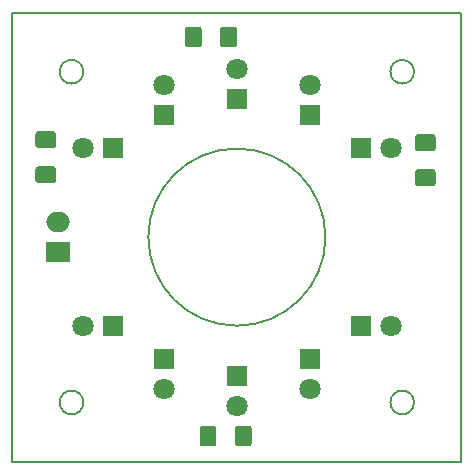
<source format=gbr>
%TF.GenerationSoftware,KiCad,Pcbnew,(5.0.0)*%
%TF.CreationDate,2020-05-10T15:15:54+01:00*%
%TF.ProjectId,anneau_led,616E6E6561755F6C65642E6B69636164,rev?*%
%TF.SameCoordinates,Original*%
%TF.FileFunction,Copper,L1,Top,Signal*%
%TF.FilePolarity,Positive*%
%FSLAX46Y46*%
G04 Gerber Fmt 4.6, Leading zero omitted, Abs format (unit mm)*
G04 Created by KiCad (PCBNEW (5.0.0)) date 05/10/20 15:15:54*
%MOMM*%
%LPD*%
G01*
G04 APERTURE LIST*
%ADD10C,0.200000*%
%ADD11C,0.100000*%
%ADD12C,1.425000*%
%ADD13O,2.000000X1.700000*%
%ADD14R,2.000000X1.700000*%
%ADD15R,1.800000X1.800000*%
%ADD16C,1.800000*%
G04 APERTURE END LIST*
D10*
X115000000Y-114000000D02*
G75*
G03X115000000Y-114000000I-1000000J0D01*
G01*
X87000000Y-114000000D02*
G75*
G03X87000000Y-114000000I-1000000J0D01*
G01*
X87000000Y-86000000D02*
G75*
G03X87000000Y-86000000I-1000000J0D01*
G01*
X115000000Y-86000000D02*
G75*
G03X115000000Y-86000000I-1000000J0D01*
G01*
X81000000Y-81000000D02*
X119000000Y-81000000D01*
X81000000Y-81000000D02*
X81000000Y-119000000D01*
X81000000Y-119000000D02*
X119000000Y-119000000D01*
X119000000Y-81000000D02*
X119000000Y-119000000D01*
X107500000Y-100000000D02*
G75*
G03X107500000Y-100000000I-7500000J0D01*
G01*
D11*
G36*
X99778504Y-82184204D02*
X99802773Y-82187804D01*
X99826571Y-82193765D01*
X99849671Y-82202030D01*
X99871849Y-82212520D01*
X99892893Y-82225133D01*
X99912598Y-82239747D01*
X99930777Y-82256223D01*
X99947253Y-82274402D01*
X99961867Y-82294107D01*
X99974480Y-82315151D01*
X99984970Y-82337329D01*
X99993235Y-82360429D01*
X99999196Y-82384227D01*
X100002796Y-82408496D01*
X100004000Y-82433000D01*
X100004000Y-83683000D01*
X100002796Y-83707504D01*
X99999196Y-83731773D01*
X99993235Y-83755571D01*
X99984970Y-83778671D01*
X99974480Y-83800849D01*
X99961867Y-83821893D01*
X99947253Y-83841598D01*
X99930777Y-83859777D01*
X99912598Y-83876253D01*
X99892893Y-83890867D01*
X99871849Y-83903480D01*
X99849671Y-83913970D01*
X99826571Y-83922235D01*
X99802773Y-83928196D01*
X99778504Y-83931796D01*
X99754000Y-83933000D01*
X98829000Y-83933000D01*
X98804496Y-83931796D01*
X98780227Y-83928196D01*
X98756429Y-83922235D01*
X98733329Y-83913970D01*
X98711151Y-83903480D01*
X98690107Y-83890867D01*
X98670402Y-83876253D01*
X98652223Y-83859777D01*
X98635747Y-83841598D01*
X98621133Y-83821893D01*
X98608520Y-83800849D01*
X98598030Y-83778671D01*
X98589765Y-83755571D01*
X98583804Y-83731773D01*
X98580204Y-83707504D01*
X98579000Y-83683000D01*
X98579000Y-82433000D01*
X98580204Y-82408496D01*
X98583804Y-82384227D01*
X98589765Y-82360429D01*
X98598030Y-82337329D01*
X98608520Y-82315151D01*
X98621133Y-82294107D01*
X98635747Y-82274402D01*
X98652223Y-82256223D01*
X98670402Y-82239747D01*
X98690107Y-82225133D01*
X98711151Y-82212520D01*
X98733329Y-82202030D01*
X98756429Y-82193765D01*
X98780227Y-82187804D01*
X98804496Y-82184204D01*
X98829000Y-82183000D01*
X99754000Y-82183000D01*
X99778504Y-82184204D01*
X99778504Y-82184204D01*
G37*
D12*
X99291500Y-83058000D03*
D11*
G36*
X96803504Y-82184204D02*
X96827773Y-82187804D01*
X96851571Y-82193765D01*
X96874671Y-82202030D01*
X96896849Y-82212520D01*
X96917893Y-82225133D01*
X96937598Y-82239747D01*
X96955777Y-82256223D01*
X96972253Y-82274402D01*
X96986867Y-82294107D01*
X96999480Y-82315151D01*
X97009970Y-82337329D01*
X97018235Y-82360429D01*
X97024196Y-82384227D01*
X97027796Y-82408496D01*
X97029000Y-82433000D01*
X97029000Y-83683000D01*
X97027796Y-83707504D01*
X97024196Y-83731773D01*
X97018235Y-83755571D01*
X97009970Y-83778671D01*
X96999480Y-83800849D01*
X96986867Y-83821893D01*
X96972253Y-83841598D01*
X96955777Y-83859777D01*
X96937598Y-83876253D01*
X96917893Y-83890867D01*
X96896849Y-83903480D01*
X96874671Y-83913970D01*
X96851571Y-83922235D01*
X96827773Y-83928196D01*
X96803504Y-83931796D01*
X96779000Y-83933000D01*
X95854000Y-83933000D01*
X95829496Y-83931796D01*
X95805227Y-83928196D01*
X95781429Y-83922235D01*
X95758329Y-83913970D01*
X95736151Y-83903480D01*
X95715107Y-83890867D01*
X95695402Y-83876253D01*
X95677223Y-83859777D01*
X95660747Y-83841598D01*
X95646133Y-83821893D01*
X95633520Y-83800849D01*
X95623030Y-83778671D01*
X95614765Y-83755571D01*
X95608804Y-83731773D01*
X95605204Y-83707504D01*
X95604000Y-83683000D01*
X95604000Y-82433000D01*
X95605204Y-82408496D01*
X95608804Y-82384227D01*
X95614765Y-82360429D01*
X95623030Y-82337329D01*
X95633520Y-82315151D01*
X95646133Y-82294107D01*
X95660747Y-82274402D01*
X95677223Y-82256223D01*
X95695402Y-82239747D01*
X95715107Y-82225133D01*
X95736151Y-82212520D01*
X95758329Y-82202030D01*
X95781429Y-82193765D01*
X95805227Y-82187804D01*
X95829496Y-82184204D01*
X95854000Y-82183000D01*
X96779000Y-82183000D01*
X96803504Y-82184204D01*
X96803504Y-82184204D01*
G37*
D12*
X96316500Y-83058000D03*
D11*
G36*
X98045504Y-115966204D02*
X98069773Y-115969804D01*
X98093571Y-115975765D01*
X98116671Y-115984030D01*
X98138849Y-115994520D01*
X98159893Y-116007133D01*
X98179598Y-116021747D01*
X98197777Y-116038223D01*
X98214253Y-116056402D01*
X98228867Y-116076107D01*
X98241480Y-116097151D01*
X98251970Y-116119329D01*
X98260235Y-116142429D01*
X98266196Y-116166227D01*
X98269796Y-116190496D01*
X98271000Y-116215000D01*
X98271000Y-117465000D01*
X98269796Y-117489504D01*
X98266196Y-117513773D01*
X98260235Y-117537571D01*
X98251970Y-117560671D01*
X98241480Y-117582849D01*
X98228867Y-117603893D01*
X98214253Y-117623598D01*
X98197777Y-117641777D01*
X98179598Y-117658253D01*
X98159893Y-117672867D01*
X98138849Y-117685480D01*
X98116671Y-117695970D01*
X98093571Y-117704235D01*
X98069773Y-117710196D01*
X98045504Y-117713796D01*
X98021000Y-117715000D01*
X97096000Y-117715000D01*
X97071496Y-117713796D01*
X97047227Y-117710196D01*
X97023429Y-117704235D01*
X97000329Y-117695970D01*
X96978151Y-117685480D01*
X96957107Y-117672867D01*
X96937402Y-117658253D01*
X96919223Y-117641777D01*
X96902747Y-117623598D01*
X96888133Y-117603893D01*
X96875520Y-117582849D01*
X96865030Y-117560671D01*
X96856765Y-117537571D01*
X96850804Y-117513773D01*
X96847204Y-117489504D01*
X96846000Y-117465000D01*
X96846000Y-116215000D01*
X96847204Y-116190496D01*
X96850804Y-116166227D01*
X96856765Y-116142429D01*
X96865030Y-116119329D01*
X96875520Y-116097151D01*
X96888133Y-116076107D01*
X96902747Y-116056402D01*
X96919223Y-116038223D01*
X96937402Y-116021747D01*
X96957107Y-116007133D01*
X96978151Y-115994520D01*
X97000329Y-115984030D01*
X97023429Y-115975765D01*
X97047227Y-115969804D01*
X97071496Y-115966204D01*
X97096000Y-115965000D01*
X98021000Y-115965000D01*
X98045504Y-115966204D01*
X98045504Y-115966204D01*
G37*
D12*
X97558500Y-116840000D03*
D11*
G36*
X101020504Y-115966204D02*
X101044773Y-115969804D01*
X101068571Y-115975765D01*
X101091671Y-115984030D01*
X101113849Y-115994520D01*
X101134893Y-116007133D01*
X101154598Y-116021747D01*
X101172777Y-116038223D01*
X101189253Y-116056402D01*
X101203867Y-116076107D01*
X101216480Y-116097151D01*
X101226970Y-116119329D01*
X101235235Y-116142429D01*
X101241196Y-116166227D01*
X101244796Y-116190496D01*
X101246000Y-116215000D01*
X101246000Y-117465000D01*
X101244796Y-117489504D01*
X101241196Y-117513773D01*
X101235235Y-117537571D01*
X101226970Y-117560671D01*
X101216480Y-117582849D01*
X101203867Y-117603893D01*
X101189253Y-117623598D01*
X101172777Y-117641777D01*
X101154598Y-117658253D01*
X101134893Y-117672867D01*
X101113849Y-117685480D01*
X101091671Y-117695970D01*
X101068571Y-117704235D01*
X101044773Y-117710196D01*
X101020504Y-117713796D01*
X100996000Y-117715000D01*
X100071000Y-117715000D01*
X100046496Y-117713796D01*
X100022227Y-117710196D01*
X99998429Y-117704235D01*
X99975329Y-117695970D01*
X99953151Y-117685480D01*
X99932107Y-117672867D01*
X99912402Y-117658253D01*
X99894223Y-117641777D01*
X99877747Y-117623598D01*
X99863133Y-117603893D01*
X99850520Y-117582849D01*
X99840030Y-117560671D01*
X99831765Y-117537571D01*
X99825804Y-117513773D01*
X99822204Y-117489504D01*
X99821000Y-117465000D01*
X99821000Y-116215000D01*
X99822204Y-116190496D01*
X99825804Y-116166227D01*
X99831765Y-116142429D01*
X99840030Y-116119329D01*
X99850520Y-116097151D01*
X99863133Y-116076107D01*
X99877747Y-116056402D01*
X99894223Y-116038223D01*
X99912402Y-116021747D01*
X99932107Y-116007133D01*
X99953151Y-115994520D01*
X99975329Y-115984030D01*
X99998429Y-115975765D01*
X100022227Y-115969804D01*
X100046496Y-115966204D01*
X100071000Y-115965000D01*
X100996000Y-115965000D01*
X101020504Y-115966204D01*
X101020504Y-115966204D01*
G37*
D12*
X100533500Y-116840000D03*
D11*
G36*
X84469504Y-91033204D02*
X84493773Y-91036804D01*
X84517571Y-91042765D01*
X84540671Y-91051030D01*
X84562849Y-91061520D01*
X84583893Y-91074133D01*
X84603598Y-91088747D01*
X84621777Y-91105223D01*
X84638253Y-91123402D01*
X84652867Y-91143107D01*
X84665480Y-91164151D01*
X84675970Y-91186329D01*
X84684235Y-91209429D01*
X84690196Y-91233227D01*
X84693796Y-91257496D01*
X84695000Y-91282000D01*
X84695000Y-92207000D01*
X84693796Y-92231504D01*
X84690196Y-92255773D01*
X84684235Y-92279571D01*
X84675970Y-92302671D01*
X84665480Y-92324849D01*
X84652867Y-92345893D01*
X84638253Y-92365598D01*
X84621777Y-92383777D01*
X84603598Y-92400253D01*
X84583893Y-92414867D01*
X84562849Y-92427480D01*
X84540671Y-92437970D01*
X84517571Y-92446235D01*
X84493773Y-92452196D01*
X84469504Y-92455796D01*
X84445000Y-92457000D01*
X83195000Y-92457000D01*
X83170496Y-92455796D01*
X83146227Y-92452196D01*
X83122429Y-92446235D01*
X83099329Y-92437970D01*
X83077151Y-92427480D01*
X83056107Y-92414867D01*
X83036402Y-92400253D01*
X83018223Y-92383777D01*
X83001747Y-92365598D01*
X82987133Y-92345893D01*
X82974520Y-92324849D01*
X82964030Y-92302671D01*
X82955765Y-92279571D01*
X82949804Y-92255773D01*
X82946204Y-92231504D01*
X82945000Y-92207000D01*
X82945000Y-91282000D01*
X82946204Y-91257496D01*
X82949804Y-91233227D01*
X82955765Y-91209429D01*
X82964030Y-91186329D01*
X82974520Y-91164151D01*
X82987133Y-91143107D01*
X83001747Y-91123402D01*
X83018223Y-91105223D01*
X83036402Y-91088747D01*
X83056107Y-91074133D01*
X83077151Y-91061520D01*
X83099329Y-91051030D01*
X83122429Y-91042765D01*
X83146227Y-91036804D01*
X83170496Y-91033204D01*
X83195000Y-91032000D01*
X84445000Y-91032000D01*
X84469504Y-91033204D01*
X84469504Y-91033204D01*
G37*
D12*
X83820000Y-91744500D03*
D11*
G36*
X84469504Y-94008204D02*
X84493773Y-94011804D01*
X84517571Y-94017765D01*
X84540671Y-94026030D01*
X84562849Y-94036520D01*
X84583893Y-94049133D01*
X84603598Y-94063747D01*
X84621777Y-94080223D01*
X84638253Y-94098402D01*
X84652867Y-94118107D01*
X84665480Y-94139151D01*
X84675970Y-94161329D01*
X84684235Y-94184429D01*
X84690196Y-94208227D01*
X84693796Y-94232496D01*
X84695000Y-94257000D01*
X84695000Y-95182000D01*
X84693796Y-95206504D01*
X84690196Y-95230773D01*
X84684235Y-95254571D01*
X84675970Y-95277671D01*
X84665480Y-95299849D01*
X84652867Y-95320893D01*
X84638253Y-95340598D01*
X84621777Y-95358777D01*
X84603598Y-95375253D01*
X84583893Y-95389867D01*
X84562849Y-95402480D01*
X84540671Y-95412970D01*
X84517571Y-95421235D01*
X84493773Y-95427196D01*
X84469504Y-95430796D01*
X84445000Y-95432000D01*
X83195000Y-95432000D01*
X83170496Y-95430796D01*
X83146227Y-95427196D01*
X83122429Y-95421235D01*
X83099329Y-95412970D01*
X83077151Y-95402480D01*
X83056107Y-95389867D01*
X83036402Y-95375253D01*
X83018223Y-95358777D01*
X83001747Y-95340598D01*
X82987133Y-95320893D01*
X82974520Y-95299849D01*
X82964030Y-95277671D01*
X82955765Y-95254571D01*
X82949804Y-95230773D01*
X82946204Y-95206504D01*
X82945000Y-95182000D01*
X82945000Y-94257000D01*
X82946204Y-94232496D01*
X82949804Y-94208227D01*
X82955765Y-94184429D01*
X82964030Y-94161329D01*
X82974520Y-94139151D01*
X82987133Y-94118107D01*
X83001747Y-94098402D01*
X83018223Y-94080223D01*
X83036402Y-94063747D01*
X83056107Y-94049133D01*
X83077151Y-94036520D01*
X83099329Y-94026030D01*
X83122429Y-94017765D01*
X83146227Y-94011804D01*
X83170496Y-94008204D01*
X83195000Y-94007000D01*
X84445000Y-94007000D01*
X84469504Y-94008204D01*
X84469504Y-94008204D01*
G37*
D12*
X83820000Y-94719500D03*
D11*
G36*
X116600504Y-94262204D02*
X116624773Y-94265804D01*
X116648571Y-94271765D01*
X116671671Y-94280030D01*
X116693849Y-94290520D01*
X116714893Y-94303133D01*
X116734598Y-94317747D01*
X116752777Y-94334223D01*
X116769253Y-94352402D01*
X116783867Y-94372107D01*
X116796480Y-94393151D01*
X116806970Y-94415329D01*
X116815235Y-94438429D01*
X116821196Y-94462227D01*
X116824796Y-94486496D01*
X116826000Y-94511000D01*
X116826000Y-95436000D01*
X116824796Y-95460504D01*
X116821196Y-95484773D01*
X116815235Y-95508571D01*
X116806970Y-95531671D01*
X116796480Y-95553849D01*
X116783867Y-95574893D01*
X116769253Y-95594598D01*
X116752777Y-95612777D01*
X116734598Y-95629253D01*
X116714893Y-95643867D01*
X116693849Y-95656480D01*
X116671671Y-95666970D01*
X116648571Y-95675235D01*
X116624773Y-95681196D01*
X116600504Y-95684796D01*
X116576000Y-95686000D01*
X115326000Y-95686000D01*
X115301496Y-95684796D01*
X115277227Y-95681196D01*
X115253429Y-95675235D01*
X115230329Y-95666970D01*
X115208151Y-95656480D01*
X115187107Y-95643867D01*
X115167402Y-95629253D01*
X115149223Y-95612777D01*
X115132747Y-95594598D01*
X115118133Y-95574893D01*
X115105520Y-95553849D01*
X115095030Y-95531671D01*
X115086765Y-95508571D01*
X115080804Y-95484773D01*
X115077204Y-95460504D01*
X115076000Y-95436000D01*
X115076000Y-94511000D01*
X115077204Y-94486496D01*
X115080804Y-94462227D01*
X115086765Y-94438429D01*
X115095030Y-94415329D01*
X115105520Y-94393151D01*
X115118133Y-94372107D01*
X115132747Y-94352402D01*
X115149223Y-94334223D01*
X115167402Y-94317747D01*
X115187107Y-94303133D01*
X115208151Y-94290520D01*
X115230329Y-94280030D01*
X115253429Y-94271765D01*
X115277227Y-94265804D01*
X115301496Y-94262204D01*
X115326000Y-94261000D01*
X116576000Y-94261000D01*
X116600504Y-94262204D01*
X116600504Y-94262204D01*
G37*
D12*
X115951000Y-94973500D03*
D11*
G36*
X116600504Y-91287204D02*
X116624773Y-91290804D01*
X116648571Y-91296765D01*
X116671671Y-91305030D01*
X116693849Y-91315520D01*
X116714893Y-91328133D01*
X116734598Y-91342747D01*
X116752777Y-91359223D01*
X116769253Y-91377402D01*
X116783867Y-91397107D01*
X116796480Y-91418151D01*
X116806970Y-91440329D01*
X116815235Y-91463429D01*
X116821196Y-91487227D01*
X116824796Y-91511496D01*
X116826000Y-91536000D01*
X116826000Y-92461000D01*
X116824796Y-92485504D01*
X116821196Y-92509773D01*
X116815235Y-92533571D01*
X116806970Y-92556671D01*
X116796480Y-92578849D01*
X116783867Y-92599893D01*
X116769253Y-92619598D01*
X116752777Y-92637777D01*
X116734598Y-92654253D01*
X116714893Y-92668867D01*
X116693849Y-92681480D01*
X116671671Y-92691970D01*
X116648571Y-92700235D01*
X116624773Y-92706196D01*
X116600504Y-92709796D01*
X116576000Y-92711000D01*
X115326000Y-92711000D01*
X115301496Y-92709796D01*
X115277227Y-92706196D01*
X115253429Y-92700235D01*
X115230329Y-92691970D01*
X115208151Y-92681480D01*
X115187107Y-92668867D01*
X115167402Y-92654253D01*
X115149223Y-92637777D01*
X115132747Y-92619598D01*
X115118133Y-92599893D01*
X115105520Y-92578849D01*
X115095030Y-92556671D01*
X115086765Y-92533571D01*
X115080804Y-92509773D01*
X115077204Y-92485504D01*
X115076000Y-92461000D01*
X115076000Y-91536000D01*
X115077204Y-91511496D01*
X115080804Y-91487227D01*
X115086765Y-91463429D01*
X115095030Y-91440329D01*
X115105520Y-91418151D01*
X115118133Y-91397107D01*
X115132747Y-91377402D01*
X115149223Y-91359223D01*
X115167402Y-91342747D01*
X115187107Y-91328133D01*
X115208151Y-91315520D01*
X115230329Y-91305030D01*
X115253429Y-91296765D01*
X115277227Y-91290804D01*
X115301496Y-91287204D01*
X115326000Y-91286000D01*
X116576000Y-91286000D01*
X116600504Y-91287204D01*
X116600504Y-91287204D01*
G37*
D12*
X115951000Y-91998500D03*
D13*
X84836000Y-98719000D03*
D14*
X84836000Y-101219000D03*
D15*
X110500000Y-92450000D03*
D16*
X113040000Y-92450000D03*
X106170000Y-87120000D03*
D15*
X106170000Y-89660000D03*
X93830000Y-89660000D03*
D16*
X93830000Y-87120000D03*
X86960000Y-92450000D03*
D15*
X89500000Y-92450000D03*
X89500000Y-107550000D03*
D16*
X86960000Y-107550000D03*
X93830000Y-112880000D03*
D15*
X93830000Y-110340000D03*
X100000000Y-111730000D03*
D16*
X100000000Y-114270000D03*
X106170000Y-112880000D03*
D15*
X106170000Y-110340000D03*
X110500000Y-107550000D03*
D16*
X113040000Y-107550000D03*
D15*
X100000000Y-88270000D03*
D16*
X100000000Y-85730000D03*
M02*

</source>
